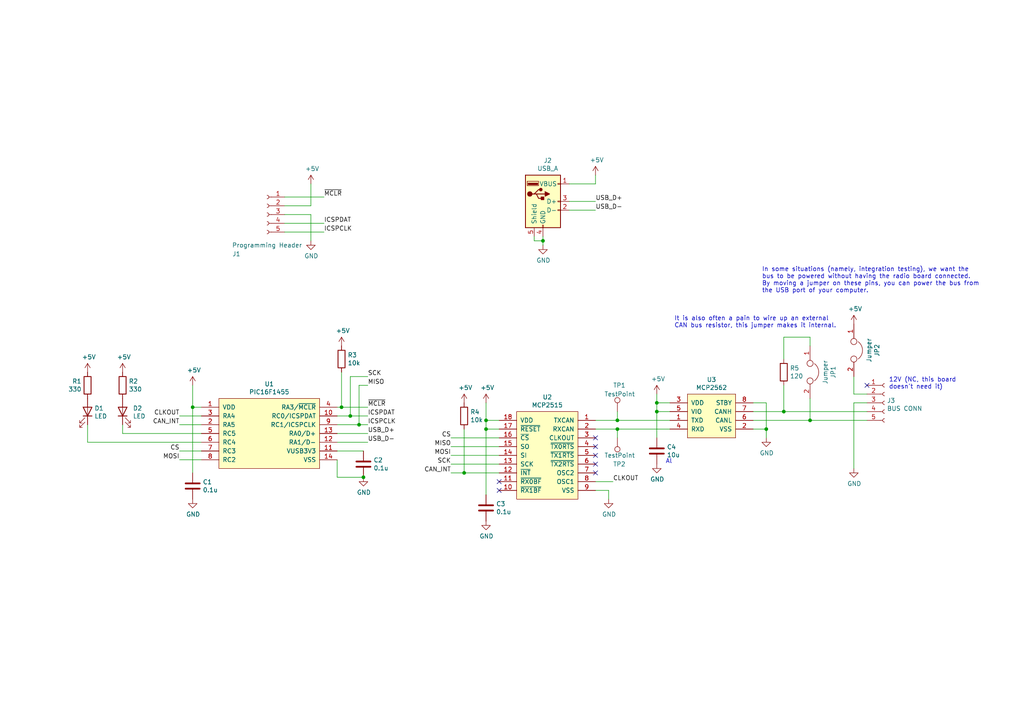
<source format=kicad_sch>
(kicad_sch (version 20230121) (generator eeschema)
  (paper "A4")
  (lib_symbols
    (symbol "Connector:TestPoint" (pin_numbers hide) (pin_names (offset 0.762) hide)
      (property "Reference" "TP" (at 0 6.858 0))
      (property "Value" "TestPoint" (at 0 5.08 0))
      (symbol "TestPoint_0_1"
        (circle (center 0 3.302) (radius 0.762))
      )
      (symbol "TestPoint_1_1"
        (pin passive line (at 0 0 90) (length 2.54) (name "1") (number "1"))
      )
    )
    (symbol "Connector:USB_A" (pin_names (offset 1.016))
      (property "Reference" "J" (at -5.08 11.43 0))
      (property "Value" "USB_A" (at -5.08 8.89 0))
      (symbol "USB_A_0_1"
        (rectangle (start -5.08 -7.62) (end 5.08 7.62) (stroke (width 0.254)) (fill (type background)))
        (circle (center -3.81 2.159) (radius 0.635) (stroke (width 0.254)) (fill (type outline)))
        (rectangle (start -1.524 4.826) (end -4.318 5.334) (fill (type outline)))
        (rectangle (start -1.27 4.572) (end -4.572 5.842))
        (circle (center -0.635 3.429) (radius 0.381) (stroke (width 0.254)) (fill (type outline)))
        (rectangle (start -0.127 -7.62) (end 0.127 -6.858))
        (polyline (pts (xy -3.175 2.159) (xy -2.54 2.159) (xy -1.27 3.429) (xy -0.635 3.429)) (stroke (width 0.254)))
        (polyline (pts (xy -2.54 2.159) (xy -1.905 2.159) (xy -1.27 0.889) (xy 0 0.889)) (stroke (width 0.254)))
        (polyline (pts (xy 0.635 2.794) (xy 0.635 1.524) (xy 1.905 2.159) (xy 0.635 2.794)) (stroke (width 0.254)) (fill (type outline)))
        (rectangle (start 0.254 1.27) (end -0.508 0.508) (stroke (width 0.254)) (fill (type outline)))
        (rectangle (start 5.08 -2.667) (end 4.318 -2.413))
        (rectangle (start 5.08 -0.127) (end 4.318 0.127))
        (rectangle (start 5.08 4.953) (end 4.318 5.207))
      )
      (symbol "USB_A_1_1"
        (polyline (pts (xy -1.905 2.159) (xy 0.635 2.159)) (stroke (width 0.254)))
        (pin power_in line (at 7.62 5.08 180) (length 2.54) (name "VBUS") (number "1"))
        (pin bidirectional line (at 7.62 -2.54 180) (length 2.54) (name "D-") (number "2"))
        (pin bidirectional line (at 7.62 0 180) (length 2.54) (name "D+") (number "3"))
        (pin power_in line (at 0 -10.16 90) (length 2.54) (name "GND") (number "4"))
        (pin passive line (at -2.54 -10.16 90) (length 2.54) (name "Shield") (number "5"))
      )
    )
    (symbol "Device:C" (pin_numbers hide) (pin_names (offset 0.254))
      (property "Reference" "C" (at 0.635 2.54 0))
      (property "Value" "C" (at 0.635 -2.54 0))
      (symbol "C_0_1"
        (polyline (pts (xy -2.032 -0.762) (xy 2.032 -0.762)) (stroke (width 0.508)))
        (polyline (pts (xy -2.032 0.762) (xy 2.032 0.762)) (stroke (width 0.508)))
      )
      (symbol "C_1_1"
        (pin passive line (at 0 3.81 270) (length 2.794) (name "~") (number "1"))
        (pin passive line (at 0 -3.81 90) (length 2.794) (name "~") (number "2"))
      )
    )
    (symbol "Device:LED" (pin_numbers hide) (pin_names (offset 1.016) hide)
      (property "Reference" "D" (at 0 2.54 0))
      (property "Value" "LED" (at 0 -2.54 0))
      (symbol "LED_0_1"
        (polyline (pts (xy -1.27 -1.27) (xy -1.27 1.27)) (stroke (width 0.254)))
        (polyline (pts (xy -1.27 0) (xy 1.27 0)))
        (polyline (pts (xy 1.27 -1.27) (xy 1.27 1.27) (xy -1.27 0) (xy 1.27 -1.27)) (stroke (width 0.254)))
        (polyline (pts (xy -3.048 -0.762) (xy -4.572 -2.286) (xy -3.81 -2.286) (xy -4.572 -2.286) (xy -4.572 -1.524)))
        (polyline (pts (xy -1.778 -0.762) (xy -3.302 -2.286) (xy -2.54 -2.286) (xy -3.302 -2.286) (xy -3.302 -1.524)))
      )
      (symbol "LED_1_1"
        (pin passive line (at -3.81 0 0) (length 2.54) (name "K") (number "1"))
        (pin passive line (at 3.81 0 180) (length 2.54) (name "A") (number "2"))
      )
    )
    (symbol "Device:R" (pin_numbers hide) (pin_names (offset 0))
      (property "Reference" "R" (at 2.032 0 90))
      (property "Value" "R" (at 0 0 90))
      (symbol "R_0_1"
        (rectangle (start -1.016 -2.54) (end 1.016 2.54) (stroke (width 0.254)))
      )
      (symbol "R_1_1"
        (pin passive line (at 0 3.81 270) (length 1.27) (name "~") (number "1"))
        (pin passive line (at 0 -3.81 90) (length 1.27) (name "~") (number "2"))
      )
    )
    (symbol "power:+5V" (power) (pin_names (offset 0))
      (property "Value" "+5V" (at 0 3.556 0))
      (symbol "+5V_0_1"
        (polyline (pts (xy -0.762 1.27) (xy 0 2.54)))
        (polyline (pts (xy 0 0) (xy 0 2.54)))
        (polyline (pts (xy 0 2.54) (xy 0.762 1.27)))
      )
      (symbol "+5V_1_1"
        (pin power_in line (at 0 0 90) (length 0) hide (name "+5V") (number "1"))
      )
    )
    (symbol "power:GND" (power) (pin_names (offset 0))
      (property "Value" "GND" (at 0 -3.81 0))
      (symbol "GND_0_1"
        (polyline (pts (xy 0 0) (xy 0 -1.27) (xy 1.27 -1.27) (xy 0 -2.54) (xy -1.27 -1.27) (xy 0 -1.27)))
      )
      (symbol "GND_1_1"
        (pin power_in line (at 0 0 270) (length 0) hide (name "GND") (number "1"))
      )
    )
    (symbol "usbdbg-rescue:Conn_01x05_Female-Connector" (pin_names (offset 1.016) hide)
      (property "Reference" "J" (at 0 7.62 0))
      (property "Value" "Connector_Conn_01x05_Female" (at 0 -7.62 0))
      (symbol "Conn_01x05_Female-Connector_1_1"
        (arc (start 0 -4.572) (mid -0.5058 -5.08) (end 0 -5.588) (stroke (width 0.1524)))
        (arc (start 0 -2.032) (mid -0.5058 -2.54) (end 0 -3.048) (stroke (width 0.1524)))
        (polyline (pts (xy -1.27 -5.08) (xy -0.508 -5.08)) (stroke (width 0.1524)))
        (polyline (pts (xy -1.27 -2.54) (xy -0.508 -2.54)) (stroke (width 0.1524)))
        (polyline (pts (xy -1.27 0) (xy -0.508 0)) (stroke (width 0.1524)))
        (polyline (pts (xy -1.27 2.54) (xy -0.508 2.54)) (stroke (width 0.1524)))
        (polyline (pts (xy -1.27 5.08) (xy -0.508 5.08)) (stroke (width 0.1524)))
        (arc (start 0 0.508) (mid -0.5058 0) (end 0 -0.508) (stroke (width 0.1524)))
        (arc (start 0 3.048) (mid -0.5058 2.54) (end 0 2.032) (stroke (width 0.1524)))
        (arc (start 0 5.588) (mid -0.5058 5.08) (end 0 4.572) (stroke (width 0.1524)))
        (pin passive line (at -5.08 5.08 0) (length 3.81) (name "Pin_1") (number "1"))
        (pin passive line (at -5.08 2.54 0) (length 3.81) (name "Pin_2") (number "2"))
        (pin passive line (at -5.08 0 0) (length 3.81) (name "Pin_3") (number "3"))
        (pin passive line (at -5.08 -2.54 0) (length 3.81) (name "Pin_4") (number "4"))
        (pin passive line (at -5.08 -5.08 0) (length 3.81) (name "Pin_5") (number "5"))
      )
    )
    (symbol "usbdbg-rescue:Jumper-Device" (pin_names (offset 0.762) hide)
      (property "Reference" "JP" (at 0 3.81 0))
      (property "Value" "Device_Jumper" (at 0 -2.032 0))
      (symbol "Jumper-Device_0_1"
        (circle (center -2.54 0) (radius 0.889))
        (arc (start 2.5146 1.27) (mid 0.0078 2.5097) (end -2.4892 1.27))
        (circle (center 2.54 0) (radius 0.889))
        (pin passive line (at -7.62 0 0) (length 4.191) (name "1") (number "1"))
        (pin passive line (at 7.62 0 180) (length 4.191) (name "2") (number "2"))
      )
    )
    (symbol "usbdbg-rescue:MCP2515-canhw" (pin_names (offset 1.016))
      (property "Reference" "U" (at 7.62 8.89 0))
      (property "Value" "canhw_MCP2515" (at -5.08 8.89 0))
      (symbol "MCP2515-canhw_0_1"
        (rectangle (start -8.89 7.62) (end 8.89 -17.78) (fill (type background)))
      )
      (symbol "MCP2515-canhw_1_1"
        (pin bidirectional line (at -13.97 5.08 0) (length 5.08) (name "TXCAN") (number "1"))
        (pin bidirectional line (at 13.97 -15.24 180) (length 5.08) (name "~{RX1BF}") (number "10"))
        (pin bidirectional line (at 13.97 -12.7 180) (length 5.08) (name "~{RX0BF}") (number "11"))
        (pin bidirectional line (at 13.97 -10.16 180) (length 5.08) (name "~{INT}") (number "12"))
        (pin bidirectional line (at 13.97 -7.62 180) (length 5.08) (name "SCK") (number "13"))
        (pin bidirectional line (at 13.97 -5.08 180) (length 5.08) (name "SI") (number "14"))
        (pin bidirectional line (at 13.97 -2.54 180) (length 5.08) (name "SO") (number "15"))
        (pin bidirectional line (at 13.97 0 180) (length 5.08) (name "~{CS}") (number "16"))
        (pin bidirectional line (at 13.97 2.54 180) (length 5.08) (name "~{RESET}") (number "17"))
        (pin power_in line (at 13.97 5.08 180) (length 5.08) (name "VDD") (number "18"))
        (pin bidirectional line (at -13.97 2.54 0) (length 5.08) (name "RXCAN") (number "2"))
        (pin bidirectional line (at -13.97 0 0) (length 5.08) (name "CLKOUT") (number "3"))
        (pin bidirectional line (at -13.97 -2.54 0) (length 5.08) (name "~{TX0RTS}") (number "4"))
        (pin bidirectional line (at -13.97 -5.08 0) (length 5.08) (name "~{TX1RTS}") (number "5"))
        (pin bidirectional line (at -13.97 -7.62 0) (length 5.08) (name "~{TX2RTS}") (number "6"))
        (pin bidirectional line (at -13.97 -10.16 0) (length 5.08) (name "OSC2") (number "7"))
        (pin bidirectional line (at -13.97 -12.7 0) (length 5.08) (name "OSC1") (number "8"))
        (pin power_in line (at -13.97 -15.24 0) (length 5.08) (name "VSS") (number "9"))
      )
    )
    (symbol "usbdbg-rescue:MCP2562-canhw" (pin_names (offset 1.016))
      (property "Reference" "U" (at 5.08 3.81 0))
      (property "Value" "canhw_MCP2562" (at -3.81 3.81 0))
      (symbol "MCP2562-canhw_0_1"
        (rectangle (start -7.62 2.54) (end 6.35 -10.16) (fill (type background)))
      )
      (symbol "MCP2562-canhw_1_1"
        (pin bidirectional line (at -12.7 -5.08 0) (length 5.08) (name "TXD") (number "1"))
        (pin power_in line (at 11.43 -7.62 180) (length 5.08) (name "VSS") (number "2"))
        (pin power_in line (at -12.7 0 0) (length 5.08) (name "VDD") (number "3"))
        (pin bidirectional line (at -12.7 -7.62 0) (length 5.08) (name "RXD") (number "4"))
        (pin bidirectional line (at -12.7 -2.54 0) (length 5.08) (name "VIO") (number "5"))
        (pin bidirectional line (at 11.43 -5.08 180) (length 5.08) (name "CANL") (number "6"))
        (pin bidirectional line (at 11.43 -2.54 180) (length 5.08) (name "CANH") (number "7"))
        (pin bidirectional line (at 11.43 0 180) (length 5.08) (name "STBY") (number "8"))
      )
    )
    (symbol "usbdbg-rescue:PIC16F1455-canhw" (pin_names (offset 1.016))
      (property "Reference" "U" (at 19.05 5.08 0))
      (property "Value" "canhw_PIC16F1455" (at -3.81 5.08 0))
      (symbol "PIC16F1455-canhw_0_1"
        (rectangle (start -8.89 3.81) (end 20.32 -16.51) (fill (type background)))
      )
      (symbol "PIC16F1455-canhw_1_1"
        (pin power_in line (at -13.97 1.27 0) (length 5.08) (name "VDD") (number "1"))
        (pin bidirectional line (at 25.4 -1.27 180) (length 5.08) (name "RC0/ICSPDAT") (number "10"))
        (pin bidirectional line (at 25.4 -11.43 180) (length 5.08) (name "VUSB3V3") (number "11"))
        (pin bidirectional line (at 25.4 -8.89 180) (length 5.08) (name "RA1/D-") (number "12"))
        (pin bidirectional line (at 25.4 -6.35 180) (length 5.08) (name "RA0/D+") (number "13"))
        (pin bidirectional line (at 25.4 -13.97 180) (length 5.08) (name "VSS") (number "14"))
        (pin bidirectional line (at -13.97 -3.81 0) (length 5.08) (name "RA5") (number "2"))
        (pin bidirectional line (at -13.97 -1.27 0) (length 5.08) (name "RA4") (number "3"))
        (pin bidirectional line (at 25.4 1.27 180) (length 5.08) (name "RA3/~{MCLR}") (number "4"))
        (pin bidirectional line (at -13.97 -6.35 0) (length 5.08) (name "RC5") (number "5"))
        (pin bidirectional line (at -13.97 -8.89 0) (length 5.08) (name "RC4") (number "6"))
        (pin bidirectional line (at -13.97 -11.43 0) (length 5.08) (name "RC3") (number "7"))
        (pin bidirectional line (at -13.97 -13.97 0) (length 5.08) (name "RC2") (number "8"))
        (pin bidirectional line (at 25.4 -3.81 180) (length 5.08) (name "RC1/ICSPCLK") (number "9"))
      )
    )
  )
  (junction (at 140.97 121.92))
  (junction (at 104.14 123.19))
  (junction (at 190.5 116.84))
  (junction (at 227.33 119.38))
  (junction (at 190.5 119.38))
  (junction (at 222.25 124.46))
  (junction (at 234.95 121.92))
  (junction (at 134.62 137.16))
  (junction (at 179.07 124.46))
  (junction (at 105.41 138.43))
  (junction (at 101.6 120.65))
  (junction (at 179.07 121.92))
  (junction (at 157.48 69.85))
  (junction (at 99.06 118.11))
  (junction (at 55.88 118.11))
  (junction (at 140.97 124.46))
  (no_connect (at 172.72 127))
  (no_connect (at 144.78 142.24))
  (no_connect (at 251.46 111.76))
  (no_connect (at 172.72 137.16))
  (no_connect (at 172.72 129.54))
  (no_connect (at 144.78 139.7))
  (no_connect (at 172.72 132.08))
  (no_connect (at 172.72 134.62))
  (wire (pts (xy 130.81 134.62) (xy 144.78 134.62)))
  (wire (pts (xy 25.4 123.19) (xy 25.4 128.27)))
  (wire (pts (xy 179.07 119.38) (xy 179.07 121.92)))
  (wire (pts (xy 194.31 116.84) (xy 190.5 116.84)))
  (wire (pts (xy 90.17 62.23) (xy 82.55 62.23)))
  (wire (pts (xy 176.53 142.24) (xy 172.72 142.24)))
  (wire (pts (xy 82.55 64.77) (xy 93.98 64.77)))
  (wire (pts (xy 227.33 119.38) (xy 251.46 119.38)))
  (wire (pts (xy 140.97 116.84) (xy 140.97 121.92)))
  (wire (pts (xy 106.68 109.22) (xy 101.6 109.22)))
  (wire (pts (xy 218.44 116.84) (xy 222.25 116.84)))
  (wire (pts (xy 130.81 127) (xy 144.78 127)))
  (wire (pts (xy 172.72 60.96) (xy 165.1 60.96)))
  (wire (pts (xy 176.53 144.78) (xy 176.53 142.24)))
  (wire (pts (xy 251.46 114.3) (xy 247.65 114.3)))
  (wire (pts (xy 134.62 137.16) (xy 144.78 137.16)))
  (wire (pts (xy 130.81 137.16) (xy 134.62 137.16)))
  (wire (pts (xy 154.94 69.85) (xy 157.48 69.85)))
  (wire (pts (xy 97.79 130.81) (xy 105.41 130.81)))
  (wire (pts (xy 25.4 128.27) (xy 58.42 128.27)))
  (wire (pts (xy 55.88 137.16) (xy 55.88 118.11)))
  (wire (pts (xy 247.65 116.84) (xy 247.65 135.89)))
  (wire (pts (xy 222.25 116.84) (xy 222.25 124.46)))
  (wire (pts (xy 55.88 111.76) (xy 55.88 118.11)))
  (wire (pts (xy 82.55 67.31) (xy 93.98 67.31)))
  (wire (pts (xy 190.5 119.38) (xy 194.31 119.38)))
  (wire (pts (xy 154.94 68.58) (xy 154.94 69.85)))
  (wire (pts (xy 140.97 124.46) (xy 140.97 121.92)))
  (wire (pts (xy 130.81 132.08) (xy 144.78 132.08)))
  (wire (pts (xy 247.65 114.3) (xy 247.65 109.22)))
  (wire (pts (xy 104.14 123.19) (xy 106.68 123.19)))
  (wire (pts (xy 52.07 130.81) (xy 58.42 130.81)))
  (wire (pts (xy 52.07 120.65) (xy 58.42 120.65)))
  (wire (pts (xy 234.95 115.57) (xy 234.95 121.92)))
  (wire (pts (xy 172.72 58.42) (xy 165.1 58.42)))
  (wire (pts (xy 140.97 121.92) (xy 144.78 121.92)))
  (wire (pts (xy 97.79 125.73) (xy 106.68 125.73)))
  (wire (pts (xy 222.25 124.46) (xy 218.44 124.46)))
  (wire (pts (xy 52.07 123.19) (xy 58.42 123.19)))
  (wire (pts (xy 97.79 128.27) (xy 106.68 128.27)))
  (wire (pts (xy 144.78 124.46) (xy 140.97 124.46)))
  (wire (pts (xy 218.44 119.38) (xy 227.33 119.38)))
  (wire (pts (xy 227.33 104.14) (xy 227.33 97.79)))
  (wire (pts (xy 99.06 118.11) (xy 106.68 118.11)))
  (wire (pts (xy 99.06 107.95) (xy 99.06 118.11)))
  (wire (pts (xy 234.95 97.79) (xy 234.95 100.33)))
  (wire (pts (xy 247.65 116.84) (xy 251.46 116.84)))
  (wire (pts (xy 218.44 121.92) (xy 234.95 121.92)))
  (wire (pts (xy 172.72 50.8) (xy 172.72 53.34)))
  (wire (pts (xy 172.72 121.92) (xy 179.07 121.92)))
  (wire (pts (xy 90.17 69.85) (xy 90.17 62.23)))
  (wire (pts (xy 165.1 53.34) (xy 172.72 53.34)))
  (wire (pts (xy 90.17 53.34) (xy 90.17 59.69)))
  (wire (pts (xy 104.14 111.76) (xy 104.14 123.19)))
  (wire (pts (xy 190.5 127) (xy 190.5 119.38)))
  (wire (pts (xy 97.79 138.43) (xy 105.41 138.43)))
  (wire (pts (xy 177.8 139.7) (xy 172.72 139.7)))
  (wire (pts (xy 130.81 129.54) (xy 144.78 129.54)))
  (wire (pts (xy 55.88 118.11) (xy 58.42 118.11)))
  (wire (pts (xy 157.48 71.12) (xy 157.48 69.85)))
  (wire (pts (xy 90.17 59.69) (xy 82.55 59.69)))
  (wire (pts (xy 179.07 127) (xy 179.07 124.46)))
  (wire (pts (xy 222.25 127) (xy 222.25 124.46)))
  (wire (pts (xy 35.56 123.19) (xy 35.56 125.73)))
  (wire (pts (xy 227.33 97.79) (xy 234.95 97.79)))
  (wire (pts (xy 234.95 121.92) (xy 251.46 121.92)))
  (wire (pts (xy 227.33 111.76) (xy 227.33 119.38)))
  (wire (pts (xy 101.6 109.22) (xy 101.6 120.65)))
  (wire (pts (xy 179.07 124.46) (xy 194.31 124.46)))
  (wire (pts (xy 140.97 143.51) (xy 140.97 124.46)))
  (wire (pts (xy 82.55 57.15) (xy 93.98 57.15)))
  (wire (pts (xy 97.79 120.65) (xy 101.6 120.65)))
  (wire (pts (xy 190.5 116.84) (xy 190.5 119.38)))
  (wire (pts (xy 157.48 69.85) (xy 157.48 68.58)))
  (wire (pts (xy 172.72 124.46) (xy 179.07 124.46)))
  (wire (pts (xy 35.56 125.73) (xy 58.42 125.73)))
  (wire (pts (xy 97.79 118.11) (xy 99.06 118.11)))
  (wire (pts (xy 134.62 124.46) (xy 134.62 137.16)))
  (wire (pts (xy 52.07 133.35) (xy 58.42 133.35)))
  (wire (pts (xy 97.79 133.35) (xy 97.79 138.43)))
  (wire (pts (xy 97.79 123.19) (xy 104.14 123.19)))
  (wire (pts (xy 190.5 114.3) (xy 190.5 116.84)))
  (wire (pts (xy 106.68 111.76) (xy 104.14 111.76)))
  (wire (pts (xy 179.07 121.92) (xy 194.31 121.92)))
  (wire (pts (xy 101.6 120.65) (xy 106.68 120.65)))
  (text "In some situations (namely, integration testing), we want the\nbus to be powered without having the radio board connected.\nBy moving a jumper on these pins, you can power the bus from\nthe USB port of your computer." (at 220.98 85.09 0) (effects (font (size 1.27 1.27)) (justify left bottom)))
  (text "Al" (at 193.04 134.62 0) (effects (font (size 1.27 1.27)) (justify left bottom)))
  (text "It is also often a pain to wire up an external\nCAN bus resistor, this jumper makes it internal." (at 195.58 95.25 0) (effects (font (size 1.27 1.27)) (justify left bottom)))
  (text "12V (NC, this board\ndoesn't need it)" (at 257.81 113.03 0) (effects (font (size 1.27 1.27)) (justify left bottom)))
  (label "MOSI" (at 130.81 132.08 180))
  (label "SCK" (at 130.81 134.62 180))
  (label "USB_D-" (at 106.68 128.27 0))
  (label "~{MCLR}" (at 93.98 57.15 0))
  (label "ICSPDAT" (at 106.68 120.65 0))
  (label "CAN_INT" (at 52.07 123.19 180))
  (label "SCK" (at 106.68 109.22 0))
  (label "CLKOUT" (at 52.07 120.65 180))
  (label "CS" (at 52.07 130.81 180))
  (label "USB_D-" (at 172.72 60.96 0))
  (label "USB_D+" (at 106.68 125.73 0))
  (label "MISO" (at 130.81 129.54 180))
  (label "MISO" (at 106.68 111.76 0))
  (label "MOSI" (at 52.07 133.35 180))
  (label "ICSPDAT" (at 93.98 64.77 0))
  (label "~{MCLR}" (at 106.68 118.11 0))
  (label "USB_D+" (at 172.72 58.42 0))
  (label "CLKOUT" (at 177.8 139.7 0))
  (label "CS" (at 130.81 127 180))
  (label "ICSPCLK" (at 106.68 123.19 0))
  (label "ICSPCLK" (at 93.98 67.31 0))
  (label "CAN_INT" (at 130.81 137.16 180))
  (symbol (lib_id "usbdbg-rescue:PIC16F1455-canhw") (at 72.39 119.38 0) (unit 1)
    (property "Reference" "U1" (at 78.105 111.379 0))
    (property "Value" "PIC16F1455" (at 78.105 113.6904 0))
    (property "Footprint" "Housings_SOIC:SOIC-14_3.9x8.7mm_Pitch1.27mm" (effects hide))
  )
  (symbol (lib_id "usbdbg-rescue:Conn_01x05_Female-Connector") (at 77.47 62.23 0) (mirror y) (unit 1)
    (property "Reference" "J1" (at 68.58 73.66 0))
    (property "Value" "Programming Header" (at 77.47 71.12 0))
    (property "Footprint" "canhw_footprints:PinHeader_5x2.54_SMD_90deg_952-3198-1-ND" (effects hide))
  )
  (symbol (lib_id "power:+5V") (at 90.17 53.34 0) (unit 1)
    (property "Reference" "#PWR05" (effects hide))
    (property "Value" "+5V" (at 90.551 48.9458 0))
  )
  (symbol (lib_id "power:GND") (at 90.17 69.85 0) (unit 1)
    (property "Reference" "#PWR06" (effects hide))
    (property "Value" "GND" (at 90.297 74.2442 0))
  )
  (symbol (lib_id "usbdbg-rescue:MCP2515-canhw") (at 158.75 127 0) (mirror y) (unit 1)
    (property "Reference" "U2" (at 158.75 115.189 0))
    (property "Value" "MCP2515" (at 158.75 117.5004 0))
    (property "Footprint" "Housings_SOIC:SOIC-18W_7.5x11.6mm_Pitch1.27mm" (effects hide))
  )
  (symbol (lib_id "usbdbg-rescue:MCP2562-canhw") (at 207.01 116.84 0) (unit 1)
    (property "Reference" "U3" (at 206.375 110.109 0))
    (property "Value" "MCP2562" (at 206.375 112.4204 0))
    (property "Footprint" "Housings_SOIC:SOIC-8_3.9x4.9mm_Pitch1.27mm" (effects hide))
  )
  (symbol (lib_id "power:+5V") (at 55.88 111.76 0) (unit 1)
    (property "Reference" "#PWR03" (effects hide))
    (property "Value" "+5V" (at 56.261 107.3658 0))
  )
  (symbol (lib_id "power:GND") (at 105.41 138.43 0) (unit 1)
    (property "Reference" "#PWR08" (effects hide))
    (property "Value" "GND" (at 105.537 142.8242 0))
  )
  (symbol (lib_id "power:+5V") (at 140.97 116.84 0) (unit 1)
    (property "Reference" "#PWR010" (effects hide))
    (property "Value" "+5V" (at 141.351 112.4458 0))
  )
  (symbol (lib_id "power:+5V") (at 134.62 116.84 0) (unit 1)
    (property "Reference" "#PWR09" (effects hide))
    (property "Value" "+5V" (at 135.001 112.4458 0))
  )
  (symbol (lib_id "power:GND") (at 176.53 144.78 0) (unit 1)
    (property "Reference" "#PWR014" (effects hide))
    (property "Value" "GND" (at 176.657 149.1742 0))
  )
  (symbol (lib_id "power:+5V") (at 190.5 114.3 0) (unit 1)
    (property "Reference" "#PWR015" (effects hide))
    (property "Value" "+5V" (at 190.881 109.9058 0))
  )
  (symbol (lib_id "power:GND") (at 222.25 127 0) (unit 1)
    (property "Reference" "#PWR017" (effects hide))
    (property "Value" "GND" (at 222.377 131.3942 0))
  )
  (symbol (lib_id "power:+5V") (at 35.56 107.95 0) (unit 1)
    (property "Reference" "#PWR02" (effects hide))
    (property "Value" "+5V" (at 35.941 103.5558 0))
  )
  (symbol (lib_id "power:+5V") (at 25.4 107.95 0) (unit 1)
    (property "Reference" "#PWR01" (effects hide))
    (property "Value" "+5V" (at 25.781 103.5558 0))
  )
  (symbol (lib_id "power:+5V") (at 99.06 100.33 0) (unit 1)
    (property "Reference" "#PWR07" (effects hide))
    (property "Value" "+5V" (at 99.441 95.9358 0))
  )
  (symbol (lib_id "Connector:TestPoint") (at 179.07 119.38 0) (unit 1)
    (property "Reference" "TP1" (at 177.8 111.76 0) (effects (justify left)))
    (property "Value" "TestPoint" (at 175.26 114.3 0) (effects (justify left)))
    (property "Footprint" "TestPoint:TestPoint_THTPad_D2.0mm_Drill1.0mm" (effects hide))
  )
  (symbol (lib_id "Connector:TestPoint") (at 179.07 127 180) (unit 1)
    (property "Reference" "TP2" (at 177.8 134.62 0) (effects (justify right)))
    (property "Value" "TestPoint" (at 175.26 132.08 0) (effects (justify right)))
    (property "Footprint" "TestPoint:TestPoint_THTPad_D2.0mm_Drill1.0mm" (effects hide))
  )
  (symbol (lib_id "power:GND") (at 190.5 134.62 0) (unit 1)
    (property "Reference" "#PWR016" (effects hide))
    (property "Value" "GND" (at 190.627 139.0142 0))
  )
  (symbol (lib_id "power:GND") (at 55.88 144.78 0) (unit 1)
    (property "Reference" "#PWR04" (effects hide))
    (property "Value" "GND" (at 56.007 149.1742 0))
  )
  (symbol (lib_id "power:GND") (at 140.97 151.13 0) (unit 1)
    (property "Reference" "#PWR011" (effects hide))
    (property "Value" "GND" (at 141.097 155.5242 0))
  )
  (symbol (lib_id "power:GND") (at 157.48 71.12 0) (unit 1)
    (property "Reference" "#PWR012" (effects hide))
    (property "Value" "GND" (at 157.607 75.5142 0))
  )
  (symbol (lib_id "power:+5V") (at 172.72 50.8 0) (unit 1)
    (property "Reference" "#PWR013" (effects hide))
    (property "Value" "+5V" (at 173.101 46.4058 0))
  )
  (symbol (lib_id "Device:R") (at 25.4 111.76 0) (mirror x) (unit 1)
    (property "Reference" "R1" (at 23.6474 110.5916 0) (effects (justify right)))
    (property "Value" "330" (at 23.6474 112.903 0) (effects (justify right)))
    (property "Footprint" "Resistor_SMD:R_0805_2012Metric_Pad1.15x1.40mm_HandSolder" (effects hide))
  )
  (symbol (lib_id "Device:R") (at 35.56 111.76 0) (unit 1)
    (property "Reference" "R2" (at 37.338 110.5916 0) (effects (justify left)))
    (property "Value" "330" (at 37.338 112.903 0) (effects (justify left)))
    (property "Footprint" "Resistor_SMD:R_0805_2012Metric_Pad1.15x1.40mm_HandSolder" (effects hide))
  )
  (symbol (lib_id "Device:LED") (at 25.4 119.38 270) (mirror x) (unit 1)
    (property "Reference" "D1" (at 27.3812 118.4148 90) (effects (justify left)))
    (property "Value" "LED" (at 27.3812 120.7262 90) (effects (justify left)))
    (property "Footprint" "LED_SMD:LED_1206_3216Metric_Pad1.42x1.75mm_HandSolder" (effects hide))
  )
  (symbol (lib_id "Device:LED") (at 35.56 119.38 90) (unit 1)
    (property "Reference" "D2" (at 38.5318 118.4148 90) (effects (justify right)))
    (property "Value" "LED" (at 38.5318 120.7262 90) (effects (justify right)))
    (property "Footprint" "LED_SMD:LED_1206_3216Metric_Pad1.42x1.75mm_HandSolder" (effects hide))
  )
  (symbol (lib_id "Device:C") (at 55.88 140.97 0) (unit 1)
    (property "Reference" "C1" (at 58.801 139.8016 0) (effects (justify left)))
    (property "Value" "0.1u" (at 58.801 142.113 0) (effects (justify left)))
    (property "Footprint" "Capacitor_SMD:C_0805_2012Metric_Pad1.15x1.40mm_HandSolder" (effects hide))
  )
  (symbol (lib_id "Device:C") (at 105.41 134.62 0) (unit 1)
    (property "Reference" "C2" (at 108.331 133.4516 0) (effects (justify left)))
    (property "Value" "0.1u" (at 108.331 135.763 0) (effects (justify left)))
    (property "Footprint" "Capacitor_SMD:C_0805_2012Metric_Pad1.15x1.40mm_HandSolder" (effects hide))
  )
  (symbol (lib_id "Device:C") (at 140.97 147.32 0) (unit 1)
    (property "Reference" "C3" (at 143.891 146.1516 0) (effects (justify left)))
    (property "Value" "0.1u" (at 143.891 148.463 0) (effects (justify left)))
    (property "Footprint" "Capacitor_SMD:C_0805_2012Metric_Pad1.15x1.40mm_HandSolder" (effects hide))
  )
  (symbol (lib_id "Device:C") (at 190.5 130.81 0) (unit 1)
    (property "Reference" "C4" (at 193.421 129.6416 0) (effects (justify left)))
    (property "Value" "10u" (at 193.421 131.953 0) (effects (justify left)))
    (property "Footprint" "Capacitor_SMD:C_0805_2012Metric_Pad1.15x1.40mm_HandSolder" (effects hide))
  )
  (symbol (lib_id "Device:R") (at 134.62 120.65 0) (unit 1)
    (property "Reference" "R4" (at 136.398 119.4816 0) (effects (justify left)))
    (property "Value" "10k" (at 136.398 121.793 0) (effects (justify left)))
    (property "Footprint" "Resistor_SMD:R_0805_2012Metric_Pad1.15x1.40mm_HandSolder" (effects hide))
  )
  (symbol (lib_id "Device:R") (at 99.06 104.14 0) (unit 1)
    (property "Reference" "R3" (at 100.838 102.9716 0) (effects (justify left)))
    (property "Value" "10k" (at 100.838 105.283 0) (effects (justify left)))
    (property "Footprint" "Resistor_SMD:R_0805_2012Metric_Pad1.15x1.40mm_HandSolder" (effects hide))
  )
  (symbol (lib_id "power:GND") (at 247.65 135.89 0) (unit 1)
    (property "Reference" "#PWR019" (effects hide))
    (property "Value" "GND" (at 247.777 140.2842 0))
  )
  (symbol (lib_id "usbdbg-rescue:Conn_01x05_Female-Connector") (at 256.54 116.84 0) (unit 1)
    (property "Reference" "J3" (at 257.2512 116.1796 0) (effects (justify left)))
    (property "Value" "BUS CONN" (at 257.2512 118.491 0) (effects (justify left)))
    (property "Footprint" "canhw_footprints:PinHeader_5x2.54_SMD_90deg_952-3198-1-ND" (effects hide))
  )
  (symbol (lib_id "power:+5V") (at 247.65 93.98 0) (unit 1)
    (property "Reference" "#PWR018" (effects hide))
    (property "Value" "+5V" (at 248.031 89.5858 0))
  )
  (symbol (lib_id "Connector:USB_A") (at 157.48 58.42 0) (unit 1)
    (property "Reference" "J2" (at 158.877 46.5582 0))
    (property "Value" "USB_A" (at 158.877 48.8696 0))
    (property "Footprint" "Connector_USB:USB_A_CNCTech_1001-011-01101_Horizontal" (effects hide))
    (property "Datasheet" " ~" (effects hide))
  )
  (symbol (lib_id "usbdbg-rescue:Jumper-Device") (at 247.65 101.6 270) (unit 1)
    (property "Reference" "JP2" (at 254.3556 101.6 0))
    (property "Value" "Jumper" (at 252.0442 101.6 0))
    (property "Footprint" "Connector_PinSocket_2.54mm:PinSocket_1x02_P2.54mm_Vertical" (effects hide))
  )
  (symbol (lib_id "Device:R") (at 227.33 107.95 0) (unit 1)
    (property "Reference" "R5" (at 229.108 106.7816 0) (effects (justify left)))
    (property "Value" "120" (at 229.108 109.093 0) (effects (justify left)))
    (property "Footprint" "Resistor_SMD:R_0805_2012Metric_Pad1.20x1.40mm_HandSolder" (effects hide))
  )
  (symbol (lib_id "usbdbg-rescue:Jumper-Device") (at 234.95 107.95 270) (unit 1)
    (property "Reference" "JP1" (at 241.6556 107.95 0))
    (property "Value" "Jumper" (at 239.3442 107.95 0))
    (property "Footprint" "Connector_PinSocket_2.54mm:PinSocket_1x02_P2.54mm_Vertical" (effects hide))
  )
)
</source>
